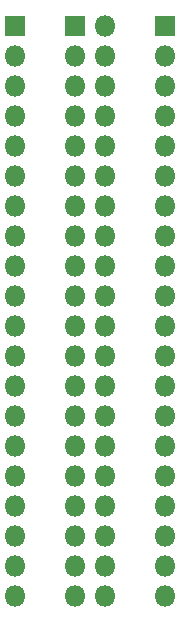
<source format=gbr>
%TF.GenerationSoftware,KiCad,Pcbnew,(5.1.6)-1*%
%TF.CreationDate,2021-12-04T14:03:29-08:00*%
%TF.ProjectId,Speeduino Pin Test Board,53706565-6475-4696-9e6f-2050696e2054,rev?*%
%TF.SameCoordinates,Original*%
%TF.FileFunction,Soldermask,Bot*%
%TF.FilePolarity,Negative*%
%FSLAX46Y46*%
G04 Gerber Fmt 4.6, Leading zero omitted, Abs format (unit mm)*
G04 Created by KiCad (PCBNEW (5.1.6)-1) date 2021-12-04 14:03:29*
%MOMM*%
%LPD*%
G01*
G04 APERTURE LIST*
%ADD10O,1.800000X1.800000*%
%ADD11R,1.800000X1.800000*%
G04 APERTURE END LIST*
D10*
%TO.C,J2*%
X139700000Y-106426000D03*
X137160000Y-106426000D03*
X139700000Y-103886000D03*
X137160000Y-103886000D03*
X139700000Y-101346000D03*
X137160000Y-101346000D03*
X139700000Y-98806000D03*
X137160000Y-98806000D03*
X139700000Y-96266000D03*
X137160000Y-96266000D03*
X139700000Y-93726000D03*
X137160000Y-93726000D03*
X139700000Y-91186000D03*
X137160000Y-91186000D03*
X139700000Y-88646000D03*
X137160000Y-88646000D03*
X139700000Y-86106000D03*
X137160000Y-86106000D03*
X139700000Y-83566000D03*
X137160000Y-83566000D03*
X139700000Y-81026000D03*
X137160000Y-81026000D03*
X139700000Y-78486000D03*
X137160000Y-78486000D03*
X139700000Y-75946000D03*
X137160000Y-75946000D03*
X139700000Y-73406000D03*
X137160000Y-73406000D03*
X139700000Y-70866000D03*
X137160000Y-70866000D03*
X139700000Y-68326000D03*
X137160000Y-68326000D03*
X139700000Y-65786000D03*
X137160000Y-65786000D03*
X139700000Y-63246000D03*
X137160000Y-63246000D03*
X139700000Y-60706000D03*
X137160000Y-60706000D03*
X139700000Y-58166000D03*
D11*
X137160000Y-58166000D03*
%TD*%
D10*
%TO.C,J3*%
X144780000Y-106426000D03*
X144780000Y-103886000D03*
X144780000Y-101346000D03*
X144780000Y-98806000D03*
X144780000Y-96266000D03*
X144780000Y-93726000D03*
X144780000Y-91186000D03*
X144780000Y-88646000D03*
X144780000Y-86106000D03*
X144780000Y-83566000D03*
X144780000Y-81026000D03*
X144780000Y-78486000D03*
X144780000Y-75946000D03*
X144780000Y-73406000D03*
X144780000Y-70866000D03*
X144780000Y-68326000D03*
X144780000Y-65786000D03*
X144780000Y-63246000D03*
X144780000Y-60706000D03*
D11*
X144780000Y-58166000D03*
%TD*%
D10*
%TO.C,J1*%
X132080000Y-106426000D03*
X132080000Y-103886000D03*
X132080000Y-101346000D03*
X132080000Y-98806000D03*
X132080000Y-96266000D03*
X132080000Y-93726000D03*
X132080000Y-91186000D03*
X132080000Y-88646000D03*
X132080000Y-86106000D03*
X132080000Y-83566000D03*
X132080000Y-81026000D03*
X132080000Y-78486000D03*
X132080000Y-75946000D03*
X132080000Y-73406000D03*
X132080000Y-70866000D03*
X132080000Y-68326000D03*
X132080000Y-65786000D03*
X132080000Y-63246000D03*
X132080000Y-60706000D03*
D11*
X132080000Y-58166000D03*
%TD*%
M02*

</source>
